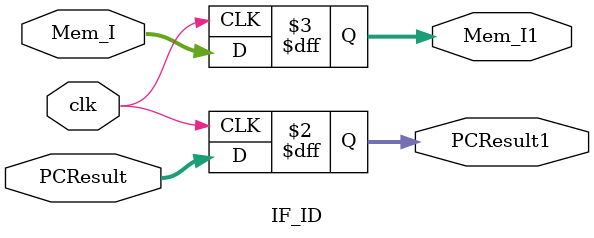
<source format=v>
`timescale 1ns / 1ns

module IF_ID(
	input	[31:0]PCResult,
	input [31:0]Mem_I,
	input clk,
	output reg [31:0]PCResult1,
	output reg [31:0]Mem_I1
    );

always @(posedge clk)
begin
PCResult1 = PCResult;
Mem_I1 = Mem_I;

end
endmodule


</source>
